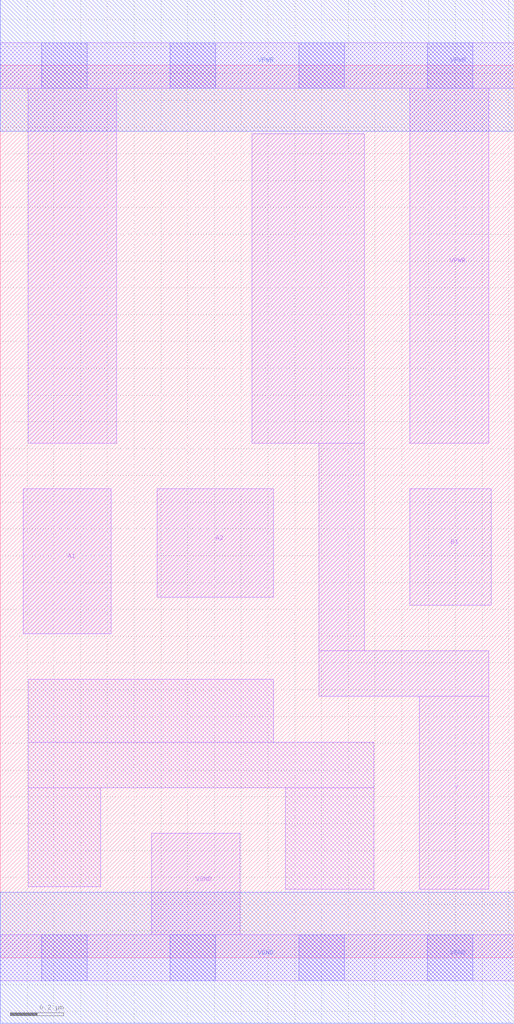
<source format=lef>
# Copyright 2020 The SkyWater PDK Authors
#
# Licensed under the Apache License, Version 2.0 (the "License");
# you may not use this file except in compliance with the License.
# You may obtain a copy of the License at
#
#     https://www.apache.org/licenses/LICENSE-2.0
#
# Unless required by applicable law or agreed to in writing, software
# distributed under the License is distributed on an "AS IS" BASIS,
# WITHOUT WARRANTIES OR CONDITIONS OF ANY KIND, either express or implied.
# See the License for the specific language governing permissions and
# limitations under the License.
#
# SPDX-License-Identifier: Apache-2.0

VERSION 5.7 ;
  NAMESCASESENSITIVE ON ;
  NOWIREEXTENSIONATPIN ON ;
  DIVIDERCHAR "/" ;
  BUSBITCHARS "[]" ;
UNITS
  DATABASE MICRONS 200 ;
END UNITS
MACRO sky130_fd_sc_lp__o21ai_1
  CLASS CORE ;
  SOURCE USER ;
  FOREIGN sky130_fd_sc_lp__o21ai_1 ;
  ORIGIN  0.000000  0.000000 ;
  SIZE  1.920000 BY  3.330000 ;
  SYMMETRY X Y R90 ;
  SITE unit ;
  PIN A1
    ANTENNAGATEAREA  0.315000 ;
    DIRECTION INPUT ;
    USE SIGNAL ;
    PORT
      LAYER li1 ;
        RECT 0.085000 1.210000 0.415000 1.750000 ;
    END
  END A1
  PIN A2
    ANTENNAGATEAREA  0.315000 ;
    DIRECTION INPUT ;
    USE SIGNAL ;
    PORT
      LAYER li1 ;
        RECT 0.585000 1.345000 1.020000 1.750000 ;
    END
  END A2
  PIN B1
    ANTENNAGATEAREA  0.315000 ;
    DIRECTION INPUT ;
    USE SIGNAL ;
    PORT
      LAYER li1 ;
        RECT 1.530000 1.315000 1.835000 1.750000 ;
    END
  END B1
  PIN Y
    ANTENNADIFFAREA  0.789600 ;
    DIRECTION OUTPUT ;
    USE SIGNAL ;
    PORT
      LAYER li1 ;
        RECT 0.940000 1.920000 1.360000 3.075000 ;
        RECT 1.190000 0.975000 1.825000 1.145000 ;
        RECT 1.190000 1.145000 1.360000 1.920000 ;
        RECT 1.565000 0.255000 1.825000 0.975000 ;
    END
  END Y
  PIN VGND
    DIRECTION INOUT ;
    USE GROUND ;
    PORT
      LAYER li1 ;
        RECT 0.000000 -0.085000 1.920000 0.085000 ;
        RECT 0.565000  0.085000 0.895000 0.465000 ;
      LAYER mcon ;
        RECT 0.155000 -0.085000 0.325000 0.085000 ;
        RECT 0.635000 -0.085000 0.805000 0.085000 ;
        RECT 1.115000 -0.085000 1.285000 0.085000 ;
        RECT 1.595000 -0.085000 1.765000 0.085000 ;
      LAYER met1 ;
        RECT 0.000000 -0.245000 1.920000 0.245000 ;
    END
  END VGND
  PIN VPWR
    DIRECTION INOUT ;
    USE POWER ;
    PORT
      LAYER li1 ;
        RECT 0.000000 3.245000 1.920000 3.415000 ;
        RECT 0.105000 1.920000 0.435000 3.245000 ;
        RECT 1.530000 1.920000 1.825000 3.245000 ;
      LAYER mcon ;
        RECT 0.155000 3.245000 0.325000 3.415000 ;
        RECT 0.635000 3.245000 0.805000 3.415000 ;
        RECT 1.115000 3.245000 1.285000 3.415000 ;
        RECT 1.595000 3.245000 1.765000 3.415000 ;
      LAYER met1 ;
        RECT 0.000000 3.085000 1.920000 3.575000 ;
    END
  END VPWR
  OBS
    LAYER li1 ;
      RECT 0.105000 0.265000 0.375000 0.635000 ;
      RECT 0.105000 0.635000 1.395000 0.805000 ;
      RECT 0.105000 0.805000 1.020000 1.040000 ;
      RECT 1.065000 0.255000 1.395000 0.635000 ;
  END
END sky130_fd_sc_lp__o21ai_1

</source>
